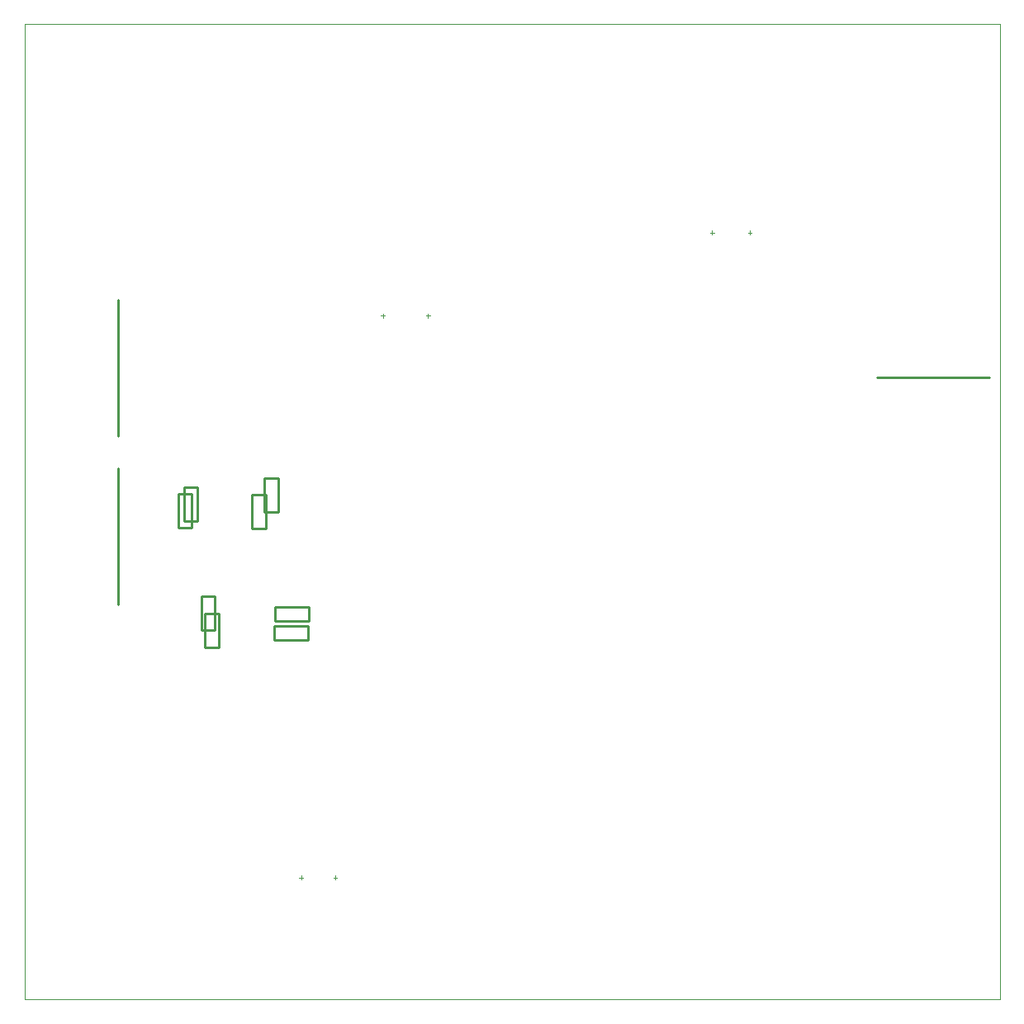
<source format=gm1>
G04 Layer_Color=16711935*
%FSLAX25Y25*%
%MOIN*%
G70*
G01*
G75*
%ADD76C,0.01000*%
%ADD125C,0.00394*%
%ADD126C,0.00000*%
D76*
X442704Y349508D02*
X487847D01*
X190256Y288583D02*
X195768D01*
Y302165D01*
X190256D02*
X195768D01*
X190256Y288583D02*
Y302165D01*
X160433Y302657D02*
X165945D01*
X160433Y289075D02*
Y302657D01*
Y289075D02*
X165945D01*
Y302657D01*
X195374Y295276D02*
X200886D01*
X195374D02*
Y308858D01*
X200886D01*
Y295276D02*
Y308858D01*
X199508Y251280D02*
Y256791D01*
X213091D01*
Y251280D02*
Y256791D01*
X199508Y251280D02*
X213091D01*
X171358Y254232D02*
X176870D01*
X171358Y240650D02*
Y254232D01*
Y240650D02*
X176870D01*
Y254232D01*
X199311Y243602D02*
Y249114D01*
Y243602D02*
X212894D01*
Y249114D01*
X199311D02*
X212894D01*
X162894Y291732D02*
X168406D01*
X162894D02*
Y305315D01*
X168406D01*
Y291732D02*
Y305315D01*
X169783Y247539D02*
X175295D01*
X169783D02*
Y261122D01*
X175295D01*
Y247539D02*
Y261122D01*
X136319Y325787D02*
Y380906D01*
X136221Y257776D02*
Y312894D01*
D125*
X243110Y373721D02*
Y375295D01*
X242323Y374508D02*
X243898D01*
X261319Y373721D02*
Y375295D01*
X260531Y374508D02*
X262106D01*
X375984Y407185D02*
Y408760D01*
X375197Y407972D02*
X376772D01*
X223130Y147638D02*
X224705D01*
X223917Y146850D02*
Y148425D01*
X209346Y147637D02*
X210921D01*
X210134Y146849D02*
Y148424D01*
X391240Y407185D02*
Y408760D01*
X390453Y407972D02*
X392028D01*
D126*
X98425Y98425D02*
Y492126D01*
Y98425D02*
X492126D01*
Y492126D01*
X98425D02*
X492126D01*
M02*

</source>
